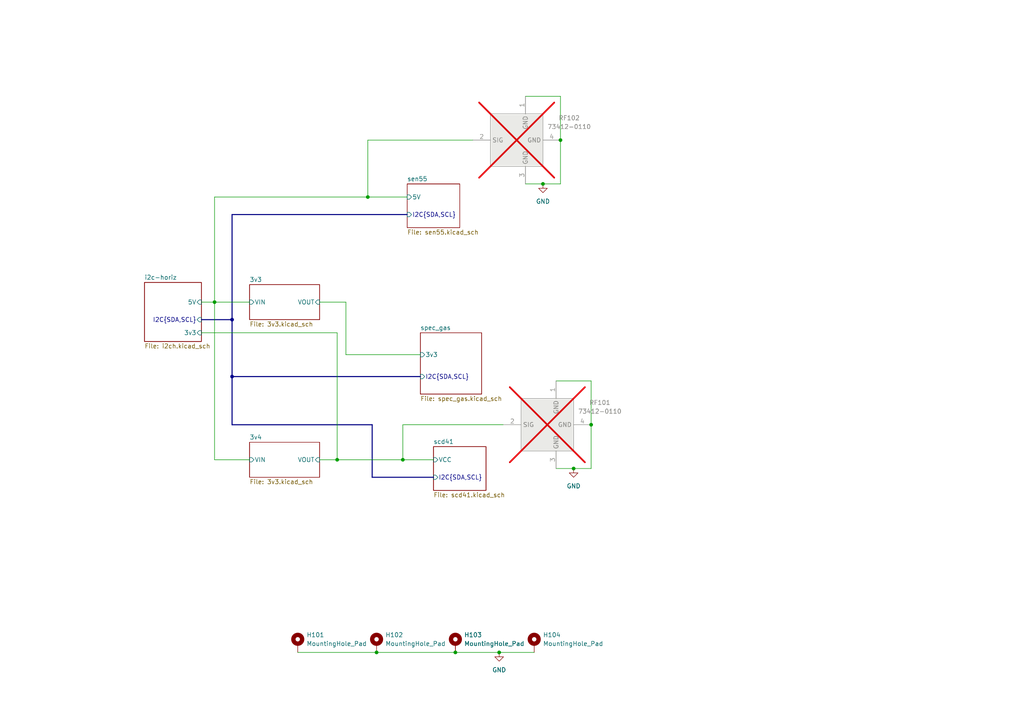
<source format=kicad_sch>
(kicad_sch (version 20250114) (generator "eeschema") (generator_version "9.0")
  (paper "A4")
  (lib_symbols
    (symbol "Mechanical:MountingHole_Pad" (pin_numbers (hide yes)) (pin_names (offset 1.016) (hide yes)) (in_bom no)
      (property "Reference" "H" (at 0 6.35 0))
      (property "Value" "MountingHole_Pad" (at 0 4.445 0))
      (symbol "MountingHole_Pad_0_1"
        (circle (center 0 1.27) (radius 1.27) (stroke (width 1.27)))
      )
      (symbol "MountingHole_Pad_1_1"
        (pin input line (at 0 -2.54 90) (length 2.54) (name "1") (number "1"))
      )
    )
    (symbol "easyeda2kicad:73412-0110"
      (property "Reference" "RF" (at 0 20.32 0))
      (property "Value" "73412-0110" (at 0 -15.24 0))
      (symbol "73412-0110_0_1"
        (rectangle (start -7.62 10.16) (end 7.62 -5.08) (fill (type background)))
        (pin unspecified line (at -12.7 5.08 0) (length 5.08) (name "GND") (number "1"))
        (pin unspecified line (at 0 15.24 270) (length 5.08) (name "GND") (number "4"))
        (pin unspecified line (at 0 -10.16 90) (length 5.08) (name "SIG") (number "2"))
        (pin unspecified line (at 12.7 5.08 180) (length 5.08) (name "GND") (number "3"))
      )
    )
    (symbol "power:GND" (power) (pin_numbers (hide yes)) (pin_names (offset 0) (hide yes))
      (property "Value" "GND" (at 0 -3.81 0))
      (symbol "GND_0_1"
        (polyline (pts (xy 0 0) (xy 0 -1.27) (xy 1.27 -1.27) (xy 0 -2.54) (xy -1.27 -1.27) (xy 0 -1.27)))
      )
      (symbol "GND_1_1"
        (pin power_in line (at 0 0 270) (length 0) (name "~") (number "1"))
      )
    )
  )
  (junction (at 166.37 135.89))
  (junction (at 67.31 109.22))
  (junction (at 132.08 189.23))
  (junction (at 97.79 133.35))
  (junction (at 106.68 57.15))
  (junction (at 116.84 133.35))
  (junction (at 62.23 87.63))
  (junction (at 157.48 53.34))
  (junction (at 171.45 123.19))
  (junction (at 109.22 189.23))
  (junction (at 144.78 189.23))
  (junction (at 162.56 40.64))
  (junction (at 67.31 92.71))
  (wire (pts (xy 58.42 96.52) (xy 97.79 96.52)))
  (bus (pts (xy 125.73 138.43) (xy 107.95 138.43)))
  (wire (pts (xy 72.39 133.35) (xy 62.23 133.35)))
  (wire (pts (xy 100.33 87.63) (xy 100.33 102.87)))
  (wire (pts (xy 152.4 27.94) (xy 162.56 27.94)))
  (wire (pts (xy 109.22 189.23) (xy 132.08 189.23)))
  (wire (pts (xy 106.68 40.64) (xy 106.68 57.15)))
  (wire (pts (xy 62.23 57.15) (xy 62.23 87.63)))
  (wire (pts (xy 162.56 40.64) (xy 162.56 53.34)))
  (wire (pts (xy 58.42 87.63) (xy 62.23 87.63)))
  (wire (pts (xy 97.79 96.52) (xy 97.79 133.35)))
  (wire (pts (xy 157.48 53.34) (xy 152.4 53.34)))
  (bus (pts (xy 67.31 109.22) (xy 121.92 109.22)))
  (wire (pts (xy 171.45 123.19) (xy 171.45 135.89)))
  (wire (pts (xy 166.37 135.89) (xy 161.29 135.89)))
  (wire (pts (xy 116.84 123.19) (xy 116.84 133.35)))
  (wire (pts (xy 171.45 135.89) (xy 166.37 135.89)))
  (wire (pts (xy 137.16 40.64) (xy 106.68 40.64)))
  (bus (pts (xy 67.31 92.71) (xy 67.31 109.22)))
  (wire (pts (xy 106.68 57.15) (xy 118.11 57.15)))
  (wire (pts (xy 162.56 27.94) (xy 162.56 40.64)))
  (wire (pts (xy 161.29 110.49) (xy 171.45 110.49)))
  (wire (pts (xy 132.08 189.23) (xy 144.78 189.23)))
  (wire (pts (xy 92.71 87.63) (xy 100.33 87.63)))
  (bus (pts (xy 67.31 123.19) (xy 67.31 109.22)))
  (wire (pts (xy 171.45 110.49) (xy 171.45 123.19)))
  (bus (pts (xy 107.95 123.19) (xy 67.31 123.19)))
  (wire (pts (xy 144.78 189.23) (xy 154.94 189.23)))
  (bus (pts (xy 58.42 92.71) (xy 67.31 92.71)))
  (wire (pts (xy 116.84 133.35) (xy 125.73 133.35)))
  (wire (pts (xy 100.33 102.87) (xy 121.92 102.87)))
  (wire (pts (xy 86.36 189.23) (xy 109.22 189.23)))
  (wire (pts (xy 162.56 53.34) (xy 157.48 53.34)))
  (bus (pts (xy 67.31 92.71) (xy 67.31 62.23)))
  (wire (pts (xy 62.23 57.15) (xy 106.68 57.15)))
  (bus (pts (xy 107.95 138.43) (xy 107.95 123.19)))
  (wire (pts (xy 62.23 133.35) (xy 62.23 87.63)))
  (bus (pts (xy 67.31 62.23) (xy 118.11 62.23)))
  (wire (pts (xy 97.79 133.35) (xy 116.84 133.35)))
  (wire (pts (xy 92.71 133.35) (xy 97.79 133.35)))
  (wire (pts (xy 62.23 87.63) (xy 72.39 87.63)))
  (wire (pts (xy 146.05 123.19) (xy 116.84 123.19)))
  (symbol (lib_id "power:GND") (at 144.78 189.23 0) (unit 1)
    (property "Reference" "#PWR0101" (effects (hide yes)))
    (property "Value" "GND" (at 144.78 194.31 0))
    (property "Description" "Power symbol creates a global label with name \"GND\" , ground" (effects (hide yes)))
  )
  (symbol (lib_id "Mechanical:MountingHole_Pad") (at 132.08 186.69 0) (unit 1) (exclude_from_sim yes) (in_bom no)
    (property "Reference" "H103" (at 134.62 184.1499 0) (effects (justify left)))
    (property "Value" "MountingHole_Pad" (at 134.62 186.6899 0) (effects (justify left)))
    (property "Footprint" "MountingHole:MountingHole_3.2mm_M3_Pad_Via" (effects (hide yes)))
    (property "Description" "Mounting Hole with connection" (effects (hide yes)))
  )
  (symbol (lib_id "easyeda2kicad:73412-0110") (at 147.32 40.64 270) (unit 1) (in_bom no) (dnp yes)
    (property "Reference" "RF102" (at 165.1 34.2198 90))
    (property "Value" "73412-0110" (at 165.1 36.7598 90))
    (property "Footprint" "easyeda2kicad:ANT-SMD_73412-0110" (effects (hide yes)))
    (property "Datasheet" "https://lcsc.com/product-detail/RF-Connectors-Coaxial-Connectors_MOLEX-73412-0110_C434806.html" (effects (hide yes)))
    (property "LCSC Part" "C434806" (effects (hide yes)))
  )
  (symbol (lib_id "easyeda2kicad:73412-0110") (at 156.21 123.19 270) (unit 1) (in_bom no) (dnp yes)
    (property "Reference" "RF101" (at 173.99 116.7698 90))
    (property "Value" "73412-0110" (at 173.99 119.3098 90))
    (property "Footprint" "easyeda2kicad:ANT-SMD_73412-0110" (effects (hide yes)))
    (property "Datasheet" "https://lcsc.com/product-detail/RF-Connectors-Coaxial-Connectors_MOLEX-73412-0110_C434806.html" (effects (hide yes)))
    (property "LCSC Part" "C434806" (effects (hide yes)))
  )
  (symbol (lib_id "Mechanical:MountingHole_Pad") (at 154.94 186.69 0) (unit 1) (exclude_from_sim yes) (in_bom no)
    (property "Reference" "H104" (at 157.48 184.1499 0) (effects (justify left)))
    (property "Value" "MountingHole_Pad" (at 157.48 186.6899 0) (effects (justify left)))
    (property "Footprint" "MountingHole:MountingHole_3.2mm_M3_Pad_Via" (effects (hide yes)))
    (property "Description" "Mounting Hole with connection" (effects (hide yes)))
  )
  (symbol (lib_id "power:GND") (at 157.48 53.34 0) (unit 1)
    (property "Reference" "#PWR0103" (effects (hide yes)))
    (property "Value" "GND" (at 157.48 58.42 0))
    (property "Description" "Power symbol creates a global label with name \"GND\" , ground" (effects (hide yes)))
  )
  (symbol (lib_id "Mechanical:MountingHole_Pad") (at 109.22 186.69 0) (unit 1) (exclude_from_sim yes) (in_bom no)
    (property "Reference" "H102" (at 111.76 184.1499 0) (effects (justify left)))
    (property "Value" "MountingHole_Pad" (at 111.76 186.6899 0) (effects (justify left)))
    (property "Footprint" "MountingHole:MountingHole_3.2mm_M3_Pad_Via" (effects (hide yes)))
    (property "Description" "Mounting Hole with connection" (effects (hide yes)))
  )
  (symbol (lib_id "power:GND") (at 166.37 135.89 0) (unit 1)
    (property "Reference" "#PWR0102" (effects (hide yes)))
    (property "Value" "GND" (at 166.37 140.97 0))
    (property "Description" "Power symbol creates a global label with name \"GND\" , ground" (effects (hide yes)))
  )
  (symbol (lib_id "Mechanical:MountingHole_Pad") (at 86.36 186.69 0) (unit 1) (exclude_from_sim yes) (in_bom no)
    (property "Reference" "H101" (at 88.9 184.1499 0) (effects (justify left)))
    (property "Value" "MountingHole_Pad" (at 88.9 186.6899 0) (effects (justify left)))
    (property "Footprint" "MountingHole:MountingHole_3.2mm_M3_Pad_Via" (effects (hide yes)))
    (property "Description" "Mounting Hole with connection" (effects (hide yes)))
  )
  (sheet (at 41.91 81.915) (size 16.51 17.145) (stroke (width 0.1524))
    (property "Sheetname" "i2c-horiz" (at 41.91 81.2034 0) (effects (justify left bottom)))
    (property "Sheetfile" "i2ch.kicad_sch" (at 41.91 99.6446 0) (effects (justify left top)))
    (pin "I2C{SDA,SCL}" input (at 58.42 92.71 0))
    (pin "5V" input (at 58.42 87.63 0))
    (pin "3v3" input (at 58.42 96.52 0))
  )
  (sheet (at 121.92 96.52) (size 17.78 17.78) (stroke (width 0.1524))
    (property "Sheetname" "spec_gas" (at 121.92 95.8084 0) (effects (justify left bottom)))
    (property "Sheetfile" "spec_gas.kicad_sch" (at 121.92 114.8846 0) (effects (justify left top)))
    (pin "I2C{SDA,SCL}" input (at 121.92 109.22 180))
    (pin "3v3" input (at 121.92 102.87 180))
  )
  (sheet (at 72.39 82.55) (size 20.32 10.16) (stroke (width 0.1524))
    (property "Sheetname" "3v3" (at 72.39 81.8384 0) (effects (justify left bottom)))
    (property "Sheetfile" "3v3.kicad_sch" (at 72.39 93.2946 0) (effects (justify left top)))
    (pin "VIN" input (at 72.39 87.63 180))
    (pin "VOUT" input (at 92.71 87.63 0))
  )
  (sheet (at 72.39 128.27) (size 20.32 10.16) (stroke (width 0.1524))
    (property "Sheetname" "3v4" (at 72.39 127.5584 0) (effects (justify left bottom)))
    (property "Sheetfile" "3v3.kicad_sch" (at 72.39 139.0146 0) (effects (justify left top)))
    (pin "VIN" input (at 72.39 133.35 180))
    (pin "VOUT" input (at 92.71 133.35 0))
  )
  (sheet (at 118.11 53.34) (size 15.24 12.7) (stroke (width 0.1524))
    (property "Sheetname" "sen55" (at 118.11 52.6284 0) (effects (justify left bottom)))
    (property "Sheetfile" "sen55.kicad_sch" (at 118.11 66.6246 0) (effects (justify left top)))
    (pin "I2C{SDA,SCL}" input (at 118.11 62.23 180))
    (pin "5V" input (at 118.11 57.15 180))
  )
  (sheet (at 125.73 129.54) (size 15.24 12.7) (stroke (width 0.1524))
    (property "Sheetname" "scd41" (at 125.73 128.8284 0) (effects (justify left bottom)))
    (property "Sheetfile" "scd41.kicad_sch" (at 125.73 142.8246 0) (effects (justify left top)))
    (pin "I2C{SDA,SCL}" input (at 125.73 138.43 180))
    (pin "VCC" input (at 125.73 133.35 180))
  )
)
</source>
